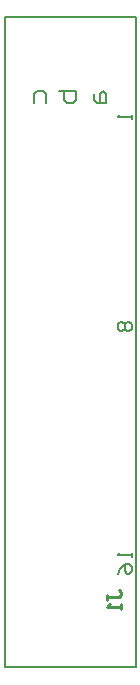
<source format=gbo>
G04 Layer_Color=32896*
%FSLAX23Y23*%
%MOIN*%
G70*
G01*
G75*
%ADD20C,0.010*%
%ADD22C,0.008*%
%ADD29C,0.006*%
D20*
X788Y120D02*
Y136D01*
Y128D01*
X827D01*
X835Y136D01*
Y144D01*
X827Y152D01*
X835Y105D02*
Y89D01*
Y97D01*
X788D01*
X796Y105D01*
D22*
X450Y-106D02*
X884D01*
X446Y2062D02*
X884D01*
Y-106D02*
Y2062D01*
X446Y-106D02*
Y2062D01*
D29*
X870Y277D02*
Y261D01*
Y269D01*
X823D01*
X831Y277D01*
X823Y206D02*
X831Y222D01*
X846Y238D01*
X862D01*
X870Y230D01*
Y214D01*
X862Y206D01*
X854D01*
X846Y214D01*
Y238D01*
X831Y1047D02*
X823Y1039D01*
Y1023D01*
X831Y1015D01*
X839D01*
X846Y1023D01*
X854Y1015D01*
X862D01*
X870Y1023D01*
Y1039D01*
X862Y1047D01*
X854D01*
X846Y1039D01*
X839Y1047D01*
X831D01*
X846Y1039D02*
Y1023D01*
X545Y1775D02*
Y1804D01*
X555Y1814D01*
X575D01*
X585Y1804D01*
Y1775D01*
X626Y1814D02*
X685D01*
Y1784D01*
X675Y1775D01*
X665D01*
X655D01*
X645Y1784D01*
Y1814D01*
X745Y1804D02*
Y1784D01*
X755Y1775D01*
X785D01*
Y1804D01*
X775Y1814D01*
X765Y1804D01*
Y1775D01*
X870Y1737D02*
Y1721D01*
Y1729D01*
X823D01*
X831Y1737D01*
M02*

</source>
